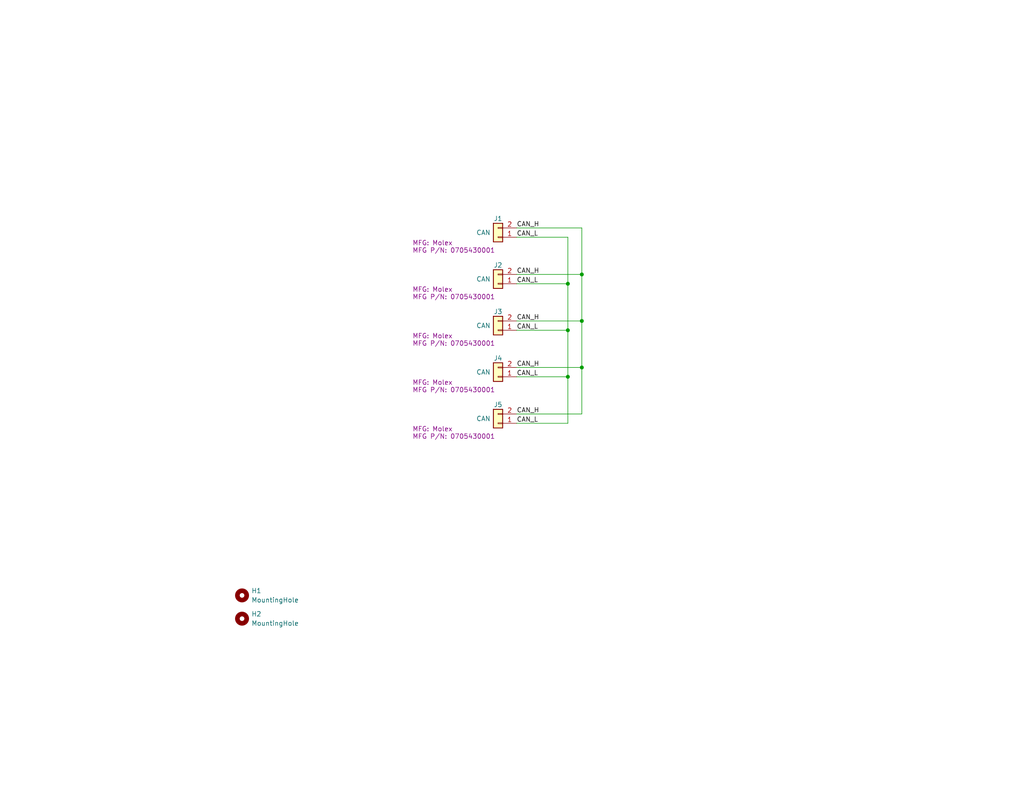
<source format=kicad_sch>
(kicad_sch (version 20231120) (generator "eeschema") (generator_version "8.0")
  (paper "A")
  (title_block (title "TEE CAN (WCP-1824)") (date "2024-12-14") (rev "1"))
  (lib_symbols
    (symbol "Connector_Generic:Conn_01x02" (pin_names (offset 1.016) hide)
      (property "Reference" "J" (at 0 2.54 0))
      (property "Value" "Conn_01x02" (at 0 -5.08 0))
      (symbol "Conn_01x02_1_1"
        (rectangle (start -1.27 -2.413) (end 0 -2.667) (stroke (width 0.1524)))
        (rectangle (start -1.27 0.127) (end 0 -0.127) (stroke (width 0.1524)))
        (rectangle (start -1.27 1.27) (end 1.27 -3.81) (stroke (width 0.254)) (fill (type background)))
        (pin passive line (at -5.08 0 0) (length 3.81) (name "Pin_1") (number "1"))
        (pin passive line (at -5.08 -2.54 0) (length 3.81) (name "Pin_2") (number "2"))
      )
    )
    (symbol "Mechanical:MountingHole" (pin_names (offset 1.016)) (exclude_from_sim yes) (in_bom no)
      (property "Reference" "H" (at 0 5.08 0))
      (property "Value" "MountingHole" (at 0 3.175 0))
      (symbol "MountingHole_0_1"
        (circle (center 0 0) (radius 1.27) (stroke (width 1.27)))
      )
    )
  )
  (junction (at 154.94 77.47))
  (junction (at 158.75 100.33))
  (junction (at 154.94 102.87))
  (junction (at 158.75 87.63))
  (junction (at 154.94 90.17))
  (junction (at 158.75 74.93))
  (wire (pts (xy 140.97 77.47) (xy 154.94 77.47)))
  (wire (pts (xy 140.97 113.03) (xy 158.75 113.03)))
  (wire (pts (xy 140.97 62.23) (xy 158.75 62.23)))
  (wire (pts (xy 140.97 74.93) (xy 158.75 74.93)))
  (wire (pts (xy 140.97 100.33) (xy 158.75 100.33)))
  (wire (pts (xy 158.75 100.33) (xy 158.75 113.03)))
  (wire (pts (xy 154.94 64.77) (xy 154.94 77.47)))
  (wire (pts (xy 154.94 90.17) (xy 154.94 102.87)))
  (wire (pts (xy 140.97 115.57) (xy 154.94 115.57)))
  (wire (pts (xy 158.75 62.23) (xy 158.75 74.93)))
  (wire (pts (xy 154.94 102.87) (xy 154.94 115.57)))
  (wire (pts (xy 140.97 90.17) (xy 154.94 90.17)))
  (wire (pts (xy 154.94 77.47) (xy 154.94 90.17)))
  (wire (pts (xy 140.97 64.77) (xy 154.94 64.77)))
  (wire (pts (xy 158.75 74.93) (xy 158.75 87.63)))
  (wire (pts (xy 140.97 87.63) (xy 158.75 87.63)))
  (wire (pts (xy 140.97 102.87) (xy 154.94 102.87)))
  (wire (pts (xy 158.75 87.63) (xy 158.75 100.33)))
  (label "CAN_L" (at 140.97 102.87 0))
  (label "CAN_H" (at 140.97 100.33 0))
  (label "CAN_L" (at 140.97 77.47 0))
  (label "CAN_H" (at 140.97 74.93 0))
  (label "CAN_L" (at 140.97 90.17 0))
  (label "CAN_L" (at 140.97 115.57 0))
  (label "CAN_L" (at 140.97 64.77 0))
  (label "CAN_H" (at 140.97 62.23 0))
  (label "CAN_H" (at 140.97 113.03 0))
  (label "CAN_H" (at 140.97 87.63 0))
  (symbol (lib_id "Connector_Generic:Conn_01x02") (at 135.89 102.87 180) (unit 1)
    (property "Reference" "J4" (at 135.89 97.79 0))
    (property "Value" "CAN" (at 133.858 101.6 0) (effects (justify left)))
    (property "Footprint" "TEE-CAN:70543-0001" (effects (hide yes)))
    (property "Datasheet" "Components/Molex-705430001_sd.pdf" (effects (hide yes)))
    (property "Description" "Generic connector, single row, 01x02, script generated (kicad-library-utils/schlib/autogen/connector/)" (effects (hide yes)))
    (property "MFG" "Molex" (at 112.522 104.394 0) (show_name yes) (effects (justify right)))
    (property "MFG P/N" "0705430001" (at 112.522 106.426 0) (show_name yes) (effects (justify right)))
    (property "DIST" "Digikey" (effects (hide yes)))
    (property "DIST P/N" "WM4800-ND" (effects (hide yes)))
  )
  (symbol (lib_id "Mechanical:MountingHole") (at 66.04 168.91 0) (unit 1) (exclude_from_sim yes) (in_bom no)
    (property "Reference" "H2" (at 68.58 167.6399 0) (effects (justify left)))
    (property "Value" "MountingHole" (at 68.58 170.1799 0) (effects (justify left)))
    (property "Footprint" "MountingHole:MountingHole_3.2mm_M3" (effects (hide yes)))
    (property "Description" "Mounting Hole without connection" (effects (hide yes)))
  )
  (symbol (lib_id "Connector_Generic:Conn_01x02") (at 135.89 64.77 180) (unit 1)
    (property "Reference" "J1" (at 135.89 59.69 0))
    (property "Value" "CAN" (at 133.858 63.5 0) (effects (justify left)))
    (property "Footprint" "TEE-CAN:70543-0001" (effects (hide yes)))
    (property "Datasheet" "Components/Molex-705430001_sd.pdf" (effects (hide yes)))
    (property "Description" "Generic connector, single row, 01x02, script generated (kicad-library-utils/schlib/autogen/connector/)" (effects (hide yes)))
    (property "MFG" "Molex" (at 112.522 66.294 0) (show_name yes) (effects (justify right)))
    (property "MFG P/N" "0705430001" (at 112.522 68.326 0) (show_name yes) (effects (justify right)))
    (property "DIST" "Digikey" (effects (hide yes)))
    (property "DIST P/N" "WM4800-ND" (effects (hide yes)))
  )
  (symbol (lib_id "Connector_Generic:Conn_01x02") (at 135.89 90.17 180) (unit 1)
    (property "Reference" "J3" (at 135.89 85.09 0))
    (property "Value" "CAN" (at 133.858 88.9 0) (effects (justify left)))
    (property "Footprint" "TEE-CAN:70543-0001" (effects (hide yes)))
    (property "Datasheet" "Components/Molex-705430001_sd.pdf" (effects (hide yes)))
    (property "Description" "Generic connector, single row, 01x02, script generated (kicad-library-utils/schlib/autogen/connector/)" (effects (hide yes)))
    (property "MFG" "Molex" (at 112.522 91.694 0) (show_name yes) (effects (justify right)))
    (property "MFG P/N" "0705430001" (at 112.522 93.726 0) (show_name yes) (effects (justify right)))
    (property "DIST" "Digikey" (effects (hide yes)))
    (property "DIST P/N" "WM4800-ND" (effects (hide yes)))
  )
  (symbol (lib_id "Connector_Generic:Conn_01x02") (at 135.89 115.57 180) (unit 1)
    (property "Reference" "J5" (at 135.89 110.49 0))
    (property "Value" "CAN" (at 133.858 114.3 0) (effects (justify left)))
    (property "Footprint" "TEE-CAN:70543-0001" (effects (hide yes)))
    (property "Datasheet" "Components/Molex-705430001_sd.pdf" (effects (hide yes)))
    (property "Description" "Generic connector, single row, 01x02, script generated (kicad-library-utils/schlib/autogen/connector/)" (effects (hide yes)))
    (property "MFG" "Molex" (at 112.522 117.094 0) (show_name yes) (effects (justify right)))
    (property "MFG P/N" "0705430001" (at 112.522 119.126 0) (show_name yes) (effects (justify right)))
    (property "DIST" "Digikey" (effects (hide yes)))
    (property "DIST P/N" "WM4800-ND" (effects (hide yes)))
  )
  (symbol (lib_id "Connector_Generic:Conn_01x02") (at 135.89 77.47 180) (unit 1)
    (property "Reference" "J2" (at 135.89 72.39 0))
    (property "Value" "CAN" (at 133.858 76.2 0) (effects (justify left)))
    (property "Footprint" "TEE-CAN:70543-0001" (effects (hide yes)))
    (property "Datasheet" "Components/Molex-705430001_sd.pdf" (effects (hide yes)))
    (property "Description" "Generic connector, single row, 01x02, script generated (kicad-library-utils/schlib/autogen/connector/)" (effects (hide yes)))
    (property "MFG" "Molex" (at 112.522 78.994 0) (show_name yes) (effects (justify right)))
    (property "MFG P/N" "0705430001" (at 112.522 81.026 0) (show_name yes) (effects (justify right)))
    (property "DIST" "Digikey" (effects (hide yes)))
    (property "DIST P/N" "WM4800-ND" (effects (hide yes)))
  )
  (symbol (lib_id "Mechanical:MountingHole") (at 66.04 162.56 0) (unit 1) (exclude_from_sim yes) (in_bom no)
    (property "Reference" "H1" (at 68.58 161.2899 0) (effects (justify left)))
    (property "Value" "MountingHole" (at 68.58 163.8299 0) (effects (justify left)))
    (property "Footprint" "MountingHole:MountingHole_3.2mm_M3" (effects (hide yes)))
    (property "Description" "Mounting Hole without connection" (effects (hide yes)))
  )
)
</source>
